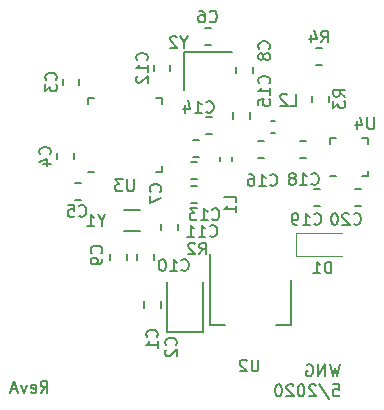
<source format=gbr>
G04 #@! TF.GenerationSoftware,KiCad,Pcbnew,5.1.5-52549c5~86~ubuntu16.04.1*
G04 #@! TF.CreationDate,2020-05-03T15:37:36+09:00*
G04 #@! TF.ProjectId,esp8266-cc2530,65737038-3236-4362-9d63-63323533302e,rev?*
G04 #@! TF.SameCoordinates,Original*
G04 #@! TF.FileFunction,Legend,Bot*
G04 #@! TF.FilePolarity,Positive*
%FSLAX46Y46*%
G04 Gerber Fmt 4.6, Leading zero omitted, Abs format (unit mm)*
G04 Created by KiCad (PCBNEW 5.1.5-52549c5~86~ubuntu16.04.1) date 2020-05-03 15:37:36*
%MOMM*%
%LPD*%
G04 APERTURE LIST*
%ADD10C,0.200000*%
%ADD11C,0.120000*%
G04 APERTURE END LIST*
D10*
X70978571Y-61702380D02*
X71311904Y-61226190D01*
X71550000Y-61702380D02*
X71550000Y-60702380D01*
X71169047Y-60702380D01*
X71073809Y-60750000D01*
X71026190Y-60797619D01*
X70978571Y-60892857D01*
X70978571Y-61035714D01*
X71026190Y-61130952D01*
X71073809Y-61178571D01*
X71169047Y-61226190D01*
X71550000Y-61226190D01*
X70169047Y-61654761D02*
X70264285Y-61702380D01*
X70454761Y-61702380D01*
X70550000Y-61654761D01*
X70597619Y-61559523D01*
X70597619Y-61178571D01*
X70550000Y-61083333D01*
X70454761Y-61035714D01*
X70264285Y-61035714D01*
X70169047Y-61083333D01*
X70121428Y-61178571D01*
X70121428Y-61273809D01*
X70597619Y-61369047D01*
X69788095Y-61035714D02*
X69550000Y-61702380D01*
X69311904Y-61035714D01*
X68978571Y-61416666D02*
X68502380Y-61416666D01*
X69073809Y-61702380D02*
X68740476Y-60702380D01*
X68407142Y-61702380D01*
X95740476Y-61002380D02*
X96216666Y-61002380D01*
X96264285Y-61478571D01*
X96216666Y-61430952D01*
X96121428Y-61383333D01*
X95883333Y-61383333D01*
X95788095Y-61430952D01*
X95740476Y-61478571D01*
X95692857Y-61573809D01*
X95692857Y-61811904D01*
X95740476Y-61907142D01*
X95788095Y-61954761D01*
X95883333Y-62002380D01*
X96121428Y-62002380D01*
X96216666Y-61954761D01*
X96264285Y-61907142D01*
X94550000Y-60954761D02*
X95407142Y-62240476D01*
X94264285Y-61097619D02*
X94216666Y-61050000D01*
X94121428Y-61002380D01*
X93883333Y-61002380D01*
X93788095Y-61050000D01*
X93740476Y-61097619D01*
X93692857Y-61192857D01*
X93692857Y-61288095D01*
X93740476Y-61430952D01*
X94311904Y-62002380D01*
X93692857Y-62002380D01*
X93073809Y-61002380D02*
X92978571Y-61002380D01*
X92883333Y-61050000D01*
X92835714Y-61097619D01*
X92788095Y-61192857D01*
X92740476Y-61383333D01*
X92740476Y-61621428D01*
X92788095Y-61811904D01*
X92835714Y-61907142D01*
X92883333Y-61954761D01*
X92978571Y-62002380D01*
X93073809Y-62002380D01*
X93169047Y-61954761D01*
X93216666Y-61907142D01*
X93264285Y-61811904D01*
X93311904Y-61621428D01*
X93311904Y-61383333D01*
X93264285Y-61192857D01*
X93216666Y-61097619D01*
X93169047Y-61050000D01*
X93073809Y-61002380D01*
X92359523Y-61097619D02*
X92311904Y-61050000D01*
X92216666Y-61002380D01*
X91978571Y-61002380D01*
X91883333Y-61050000D01*
X91835714Y-61097619D01*
X91788095Y-61192857D01*
X91788095Y-61288095D01*
X91835714Y-61430952D01*
X92407142Y-62002380D01*
X91788095Y-62002380D01*
X91169047Y-61002380D02*
X91073809Y-61002380D01*
X90978571Y-61050000D01*
X90930952Y-61097619D01*
X90883333Y-61192857D01*
X90835714Y-61383333D01*
X90835714Y-61621428D01*
X90883333Y-61811904D01*
X90930952Y-61907142D01*
X90978571Y-61954761D01*
X91073809Y-62002380D01*
X91169047Y-62002380D01*
X91264285Y-61954761D01*
X91311904Y-61907142D01*
X91359523Y-61811904D01*
X91407142Y-61621428D01*
X91407142Y-61383333D01*
X91359523Y-61192857D01*
X91311904Y-61097619D01*
X91264285Y-61050000D01*
X91169047Y-61002380D01*
X96302380Y-59302380D02*
X96064285Y-60302380D01*
X95873809Y-59588095D01*
X95683333Y-60302380D01*
X95445238Y-59302380D01*
X95064285Y-60302380D02*
X95064285Y-59302380D01*
X94492857Y-60302380D01*
X94492857Y-59302380D01*
X93492857Y-59350000D02*
X93588095Y-59302380D01*
X93730952Y-59302380D01*
X93873809Y-59350000D01*
X93969047Y-59445238D01*
X94016666Y-59540476D01*
X94064285Y-59730952D01*
X94064285Y-59873809D01*
X94016666Y-60064285D01*
X93969047Y-60159523D01*
X93873809Y-60254761D01*
X93730952Y-60302380D01*
X93635714Y-60302380D01*
X93492857Y-60254761D01*
X93445238Y-60207142D01*
X93445238Y-59873809D01*
X93635714Y-59873809D01*
D11*
X92600000Y-50150000D02*
X96500000Y-50150000D01*
X92600000Y-48150000D02*
X96500000Y-48150000D01*
X92600000Y-50150000D02*
X92600000Y-48150000D01*
D10*
X80735000Y-43010000D02*
X81210000Y-43010000D01*
X81210000Y-43010000D02*
X81210000Y-42535000D01*
X75465000Y-36790000D02*
X74990000Y-36790000D01*
X74990000Y-36790000D02*
X74990000Y-37265000D01*
X80735000Y-36790000D02*
X81210000Y-36790000D01*
X81210000Y-36790000D02*
X81210000Y-37265000D01*
X75465000Y-43010000D02*
X74990000Y-43010000D01*
X89378922Y-41810000D02*
X89896078Y-41810000D01*
X89378922Y-40390000D02*
X89896078Y-40390000D01*
X83150000Y-36050000D02*
X83150000Y-32850000D01*
X83150000Y-32850000D02*
X87150000Y-32850000D01*
X79375000Y-48025000D02*
X78025000Y-48025000D01*
X79375000Y-46275000D02*
X78025000Y-46275000D01*
X98210000Y-43385000D02*
X98685000Y-43385000D01*
X98685000Y-43385000D02*
X98685000Y-42910000D01*
X95940000Y-40165000D02*
X95465000Y-40165000D01*
X95465000Y-40165000D02*
X95465000Y-40640000D01*
X98210000Y-40165000D02*
X98685000Y-40165000D01*
X98685000Y-40165000D02*
X98685000Y-40640000D01*
X95940000Y-43385000D02*
X95465000Y-43385000D01*
X85340000Y-49950000D02*
X85340000Y-55960000D01*
X92160000Y-52200000D02*
X92160000Y-55960000D01*
X85340000Y-55960000D02*
X86600000Y-55960000D01*
X92160000Y-55960000D02*
X90900000Y-55960000D01*
X94808578Y-32540000D02*
X94291422Y-32540000D01*
X94808578Y-33960000D02*
X94291422Y-33960000D01*
X95360000Y-37071078D02*
X95360000Y-36553922D01*
X93940000Y-37071078D02*
X93940000Y-36553922D01*
X84221078Y-45610000D02*
X83703922Y-45610000D01*
X84221078Y-44190000D02*
X83703922Y-44190000D01*
X90775279Y-38690000D02*
X90449721Y-38690000D01*
X90775279Y-39710000D02*
X90449721Y-39710000D01*
X86190000Y-41724721D02*
X86190000Y-42050279D01*
X87210000Y-41724721D02*
X87210000Y-42050279D01*
X97553922Y-45910000D02*
X98071078Y-45910000D01*
X97553922Y-44490000D02*
X98071078Y-44490000D01*
X94646078Y-44490000D02*
X94128922Y-44490000D01*
X94646078Y-45910000D02*
X94128922Y-45910000D01*
X92928922Y-41810000D02*
X93446078Y-41810000D01*
X92928922Y-40390000D02*
X93446078Y-40390000D01*
X88710000Y-38496078D02*
X88710000Y-37978922D01*
X87290000Y-38496078D02*
X87290000Y-37978922D01*
X85003922Y-39810000D02*
X85521078Y-39810000D01*
X85003922Y-38390000D02*
X85521078Y-38390000D01*
X83903922Y-41710000D02*
X84421078Y-41710000D01*
X83903922Y-40290000D02*
X84421078Y-40290000D01*
X80540000Y-33953922D02*
X80540000Y-34471078D01*
X81960000Y-33953922D02*
X81960000Y-34471078D01*
X83703922Y-43610000D02*
X84221078Y-43610000D01*
X83703922Y-42190000D02*
X84221078Y-42190000D01*
X80560000Y-50446078D02*
X80560000Y-49928922D01*
X79140000Y-50446078D02*
X79140000Y-49928922D01*
X78260000Y-50446078D02*
X78260000Y-49928922D01*
X76840000Y-50446078D02*
X76840000Y-49928922D01*
X87540000Y-34153922D02*
X87540000Y-34671078D01*
X88960000Y-34153922D02*
X88960000Y-34671078D01*
X81190000Y-47428922D02*
X81190000Y-47946078D01*
X82610000Y-47428922D02*
X82610000Y-47946078D01*
X85371078Y-30840000D02*
X84853922Y-30840000D01*
X85371078Y-32260000D02*
X84853922Y-32260000D01*
X74371078Y-43990000D02*
X73853922Y-43990000D01*
X74371078Y-45410000D02*
X73853922Y-45410000D01*
X72340000Y-41428922D02*
X72340000Y-41946078D01*
X73760000Y-41428922D02*
X73760000Y-41946078D01*
X72840000Y-35128922D02*
X72840000Y-35646078D01*
X74260000Y-35128922D02*
X74260000Y-35646078D01*
X81690000Y-56572500D02*
X81690000Y-52362500D01*
X84710000Y-56572500D02*
X81690000Y-56572500D01*
X84710000Y-52362500D02*
X84710000Y-56572500D01*
X81160000Y-53978922D02*
X81160000Y-54496078D01*
X79740000Y-53978922D02*
X79740000Y-54496078D01*
X95588095Y-51602380D02*
X95588095Y-50602380D01*
X95350000Y-50602380D01*
X95207142Y-50650000D01*
X95111904Y-50745238D01*
X95064285Y-50840476D01*
X95016666Y-51030952D01*
X95016666Y-51173809D01*
X95064285Y-51364285D01*
X95111904Y-51459523D01*
X95207142Y-51554761D01*
X95350000Y-51602380D01*
X95588095Y-51602380D01*
X94064285Y-51602380D02*
X94635714Y-51602380D01*
X94350000Y-51602380D02*
X94350000Y-50602380D01*
X94445238Y-50745238D01*
X94540476Y-50840476D01*
X94635714Y-50888095D01*
X78861904Y-43652380D02*
X78861904Y-44461904D01*
X78814285Y-44557142D01*
X78766666Y-44604761D01*
X78671428Y-44652380D01*
X78480952Y-44652380D01*
X78385714Y-44604761D01*
X78338095Y-44557142D01*
X78290476Y-44461904D01*
X78290476Y-43652380D01*
X77909523Y-43652380D02*
X77290476Y-43652380D01*
X77623809Y-44033333D01*
X77480952Y-44033333D01*
X77385714Y-44080952D01*
X77338095Y-44128571D01*
X77290476Y-44223809D01*
X77290476Y-44461904D01*
X77338095Y-44557142D01*
X77385714Y-44604761D01*
X77480952Y-44652380D01*
X77766666Y-44652380D01*
X77861904Y-44604761D01*
X77909523Y-44557142D01*
X90392857Y-44107142D02*
X90440476Y-44154761D01*
X90583333Y-44202380D01*
X90678571Y-44202380D01*
X90821428Y-44154761D01*
X90916666Y-44059523D01*
X90964285Y-43964285D01*
X91011904Y-43773809D01*
X91011904Y-43630952D01*
X90964285Y-43440476D01*
X90916666Y-43345238D01*
X90821428Y-43250000D01*
X90678571Y-43202380D01*
X90583333Y-43202380D01*
X90440476Y-43250000D01*
X90392857Y-43297619D01*
X89440476Y-44202380D02*
X90011904Y-44202380D01*
X89726190Y-44202380D02*
X89726190Y-43202380D01*
X89821428Y-43345238D01*
X89916666Y-43440476D01*
X90011904Y-43488095D01*
X88583333Y-43202380D02*
X88773809Y-43202380D01*
X88869047Y-43250000D01*
X88916666Y-43297619D01*
X89011904Y-43440476D01*
X89059523Y-43630952D01*
X89059523Y-44011904D01*
X89011904Y-44107142D01*
X88964285Y-44154761D01*
X88869047Y-44202380D01*
X88678571Y-44202380D01*
X88583333Y-44154761D01*
X88535714Y-44107142D01*
X88488095Y-44011904D01*
X88488095Y-43773809D01*
X88535714Y-43678571D01*
X88583333Y-43630952D01*
X88678571Y-43583333D01*
X88869047Y-43583333D01*
X88964285Y-43630952D01*
X89011904Y-43678571D01*
X89059523Y-43773809D01*
X83126190Y-32026190D02*
X83126190Y-32502380D01*
X83459523Y-31502380D02*
X83126190Y-32026190D01*
X82792857Y-31502380D01*
X82507142Y-31597619D02*
X82459523Y-31550000D01*
X82364285Y-31502380D01*
X82126190Y-31502380D01*
X82030952Y-31550000D01*
X81983333Y-31597619D01*
X81935714Y-31692857D01*
X81935714Y-31788095D01*
X81983333Y-31930952D01*
X82554761Y-32502380D01*
X81935714Y-32502380D01*
X76126190Y-47126190D02*
X76126190Y-47602380D01*
X76459523Y-46602380D02*
X76126190Y-47126190D01*
X75792857Y-46602380D01*
X74935714Y-47602380D02*
X75507142Y-47602380D01*
X75221428Y-47602380D02*
X75221428Y-46602380D01*
X75316666Y-46745238D01*
X75411904Y-46840476D01*
X75507142Y-46888095D01*
X99211904Y-38402380D02*
X99211904Y-39211904D01*
X99164285Y-39307142D01*
X99116666Y-39354761D01*
X99021428Y-39402380D01*
X98830952Y-39402380D01*
X98735714Y-39354761D01*
X98688095Y-39307142D01*
X98640476Y-39211904D01*
X98640476Y-38402380D01*
X97735714Y-38735714D02*
X97735714Y-39402380D01*
X97973809Y-38354761D02*
X98211904Y-39069047D01*
X97592857Y-39069047D01*
X89411904Y-58902380D02*
X89411904Y-59711904D01*
X89364285Y-59807142D01*
X89316666Y-59854761D01*
X89221428Y-59902380D01*
X89030952Y-59902380D01*
X88935714Y-59854761D01*
X88888095Y-59807142D01*
X88840476Y-59711904D01*
X88840476Y-58902380D01*
X88411904Y-58997619D02*
X88364285Y-58950000D01*
X88269047Y-58902380D01*
X88030952Y-58902380D01*
X87935714Y-58950000D01*
X87888095Y-58997619D01*
X87840476Y-59092857D01*
X87840476Y-59188095D01*
X87888095Y-59330952D01*
X88459523Y-59902380D01*
X87840476Y-59902380D01*
X94716666Y-32052380D02*
X95050000Y-31576190D01*
X95288095Y-32052380D02*
X95288095Y-31052380D01*
X94907142Y-31052380D01*
X94811904Y-31100000D01*
X94764285Y-31147619D01*
X94716666Y-31242857D01*
X94716666Y-31385714D01*
X94764285Y-31480952D01*
X94811904Y-31528571D01*
X94907142Y-31576190D01*
X95288095Y-31576190D01*
X93859523Y-31385714D02*
X93859523Y-32052380D01*
X94097619Y-31004761D02*
X94335714Y-31719047D01*
X93716666Y-31719047D01*
X96752380Y-36645833D02*
X96276190Y-36312500D01*
X96752380Y-36074404D02*
X95752380Y-36074404D01*
X95752380Y-36455357D01*
X95800000Y-36550595D01*
X95847619Y-36598214D01*
X95942857Y-36645833D01*
X96085714Y-36645833D01*
X96180952Y-36598214D01*
X96228571Y-36550595D01*
X96276190Y-36455357D01*
X96276190Y-36074404D01*
X95752380Y-36979166D02*
X95752380Y-37598214D01*
X96133333Y-37264880D01*
X96133333Y-37407738D01*
X96180952Y-37502976D01*
X96228571Y-37550595D01*
X96323809Y-37598214D01*
X96561904Y-37598214D01*
X96657142Y-37550595D01*
X96704761Y-37502976D01*
X96752380Y-37407738D01*
X96752380Y-37122023D01*
X96704761Y-37026785D01*
X96657142Y-36979166D01*
X84416666Y-50002380D02*
X84750000Y-49526190D01*
X84988095Y-50002380D02*
X84988095Y-49002380D01*
X84607142Y-49002380D01*
X84511904Y-49050000D01*
X84464285Y-49097619D01*
X84416666Y-49192857D01*
X84416666Y-49335714D01*
X84464285Y-49430952D01*
X84511904Y-49478571D01*
X84607142Y-49526190D01*
X84988095Y-49526190D01*
X84035714Y-49097619D02*
X83988095Y-49050000D01*
X83892857Y-49002380D01*
X83654761Y-49002380D01*
X83559523Y-49050000D01*
X83511904Y-49097619D01*
X83464285Y-49192857D01*
X83464285Y-49288095D01*
X83511904Y-49430952D01*
X84083333Y-50002380D01*
X83464285Y-50002380D01*
X92116666Y-37402380D02*
X92592857Y-37402380D01*
X92592857Y-36402380D01*
X91830952Y-36497619D02*
X91783333Y-36450000D01*
X91688095Y-36402380D01*
X91450000Y-36402380D01*
X91354761Y-36450000D01*
X91307142Y-36497619D01*
X91259523Y-36592857D01*
X91259523Y-36688095D01*
X91307142Y-36830952D01*
X91878571Y-37402380D01*
X91259523Y-37402380D01*
X87502380Y-45583333D02*
X87502380Y-45107142D01*
X86502380Y-45107142D01*
X87502380Y-46440476D02*
X87502380Y-45869047D01*
X87502380Y-46154761D02*
X86502380Y-46154761D01*
X86645238Y-46059523D01*
X86740476Y-45964285D01*
X86788095Y-45869047D01*
X97467857Y-47407142D02*
X97515476Y-47454761D01*
X97658333Y-47502380D01*
X97753571Y-47502380D01*
X97896428Y-47454761D01*
X97991666Y-47359523D01*
X98039285Y-47264285D01*
X98086904Y-47073809D01*
X98086904Y-46930952D01*
X98039285Y-46740476D01*
X97991666Y-46645238D01*
X97896428Y-46550000D01*
X97753571Y-46502380D01*
X97658333Y-46502380D01*
X97515476Y-46550000D01*
X97467857Y-46597619D01*
X97086904Y-46597619D02*
X97039285Y-46550000D01*
X96944047Y-46502380D01*
X96705952Y-46502380D01*
X96610714Y-46550000D01*
X96563095Y-46597619D01*
X96515476Y-46692857D01*
X96515476Y-46788095D01*
X96563095Y-46930952D01*
X97134523Y-47502380D01*
X96515476Y-47502380D01*
X95896428Y-46502380D02*
X95801190Y-46502380D01*
X95705952Y-46550000D01*
X95658333Y-46597619D01*
X95610714Y-46692857D01*
X95563095Y-46883333D01*
X95563095Y-47121428D01*
X95610714Y-47311904D01*
X95658333Y-47407142D01*
X95705952Y-47454761D01*
X95801190Y-47502380D01*
X95896428Y-47502380D01*
X95991666Y-47454761D01*
X96039285Y-47407142D01*
X96086904Y-47311904D01*
X96134523Y-47121428D01*
X96134523Y-46883333D01*
X96086904Y-46692857D01*
X96039285Y-46597619D01*
X95991666Y-46550000D01*
X95896428Y-46502380D01*
X94117857Y-47407142D02*
X94165476Y-47454761D01*
X94308333Y-47502380D01*
X94403571Y-47502380D01*
X94546428Y-47454761D01*
X94641666Y-47359523D01*
X94689285Y-47264285D01*
X94736904Y-47073809D01*
X94736904Y-46930952D01*
X94689285Y-46740476D01*
X94641666Y-46645238D01*
X94546428Y-46550000D01*
X94403571Y-46502380D01*
X94308333Y-46502380D01*
X94165476Y-46550000D01*
X94117857Y-46597619D01*
X93165476Y-47502380D02*
X93736904Y-47502380D01*
X93451190Y-47502380D02*
X93451190Y-46502380D01*
X93546428Y-46645238D01*
X93641666Y-46740476D01*
X93736904Y-46788095D01*
X92689285Y-47502380D02*
X92498809Y-47502380D01*
X92403571Y-47454761D01*
X92355952Y-47407142D01*
X92260714Y-47264285D01*
X92213095Y-47073809D01*
X92213095Y-46692857D01*
X92260714Y-46597619D01*
X92308333Y-46550000D01*
X92403571Y-46502380D01*
X92594047Y-46502380D01*
X92689285Y-46550000D01*
X92736904Y-46597619D01*
X92784523Y-46692857D01*
X92784523Y-46930952D01*
X92736904Y-47026190D01*
X92689285Y-47073809D01*
X92594047Y-47121428D01*
X92403571Y-47121428D01*
X92308333Y-47073809D01*
X92260714Y-47026190D01*
X92213095Y-46930952D01*
X93892857Y-44007142D02*
X93940476Y-44054761D01*
X94083333Y-44102380D01*
X94178571Y-44102380D01*
X94321428Y-44054761D01*
X94416666Y-43959523D01*
X94464285Y-43864285D01*
X94511904Y-43673809D01*
X94511904Y-43530952D01*
X94464285Y-43340476D01*
X94416666Y-43245238D01*
X94321428Y-43150000D01*
X94178571Y-43102380D01*
X94083333Y-43102380D01*
X93940476Y-43150000D01*
X93892857Y-43197619D01*
X92940476Y-44102380D02*
X93511904Y-44102380D01*
X93226190Y-44102380D02*
X93226190Y-43102380D01*
X93321428Y-43245238D01*
X93416666Y-43340476D01*
X93511904Y-43388095D01*
X92369047Y-43530952D02*
X92464285Y-43483333D01*
X92511904Y-43435714D01*
X92559523Y-43340476D01*
X92559523Y-43292857D01*
X92511904Y-43197619D01*
X92464285Y-43150000D01*
X92369047Y-43102380D01*
X92178571Y-43102380D01*
X92083333Y-43150000D01*
X92035714Y-43197619D01*
X91988095Y-43292857D01*
X91988095Y-43340476D01*
X92035714Y-43435714D01*
X92083333Y-43483333D01*
X92178571Y-43530952D01*
X92369047Y-43530952D01*
X92464285Y-43578571D01*
X92511904Y-43626190D01*
X92559523Y-43721428D01*
X92559523Y-43911904D01*
X92511904Y-44007142D01*
X92464285Y-44054761D01*
X92369047Y-44102380D01*
X92178571Y-44102380D01*
X92083333Y-44054761D01*
X92035714Y-44007142D01*
X91988095Y-43911904D01*
X91988095Y-43721428D01*
X92035714Y-43626190D01*
X92083333Y-43578571D01*
X92178571Y-43530952D01*
X90307142Y-35507142D02*
X90354761Y-35459523D01*
X90402380Y-35316666D01*
X90402380Y-35221428D01*
X90354761Y-35078571D01*
X90259523Y-34983333D01*
X90164285Y-34935714D01*
X89973809Y-34888095D01*
X89830952Y-34888095D01*
X89640476Y-34935714D01*
X89545238Y-34983333D01*
X89450000Y-35078571D01*
X89402380Y-35221428D01*
X89402380Y-35316666D01*
X89450000Y-35459523D01*
X89497619Y-35507142D01*
X90402380Y-36459523D02*
X90402380Y-35888095D01*
X90402380Y-36173809D02*
X89402380Y-36173809D01*
X89545238Y-36078571D01*
X89640476Y-35983333D01*
X89688095Y-35888095D01*
X89402380Y-37364285D02*
X89402380Y-36888095D01*
X89878571Y-36840476D01*
X89830952Y-36888095D01*
X89783333Y-36983333D01*
X89783333Y-37221428D01*
X89830952Y-37316666D01*
X89878571Y-37364285D01*
X89973809Y-37411904D01*
X90211904Y-37411904D01*
X90307142Y-37364285D01*
X90354761Y-37316666D01*
X90402380Y-37221428D01*
X90402380Y-36983333D01*
X90354761Y-36888095D01*
X90307142Y-36840476D01*
X84992857Y-37907142D02*
X85040476Y-37954761D01*
X85183333Y-38002380D01*
X85278571Y-38002380D01*
X85421428Y-37954761D01*
X85516666Y-37859523D01*
X85564285Y-37764285D01*
X85611904Y-37573809D01*
X85611904Y-37430952D01*
X85564285Y-37240476D01*
X85516666Y-37145238D01*
X85421428Y-37050000D01*
X85278571Y-37002380D01*
X85183333Y-37002380D01*
X85040476Y-37050000D01*
X84992857Y-37097619D01*
X84040476Y-38002380D02*
X84611904Y-38002380D01*
X84326190Y-38002380D02*
X84326190Y-37002380D01*
X84421428Y-37145238D01*
X84516666Y-37240476D01*
X84611904Y-37288095D01*
X83183333Y-37335714D02*
X83183333Y-38002380D01*
X83421428Y-36954761D02*
X83659523Y-37669047D01*
X83040476Y-37669047D01*
X85492857Y-47007142D02*
X85540476Y-47054761D01*
X85683333Y-47102380D01*
X85778571Y-47102380D01*
X85921428Y-47054761D01*
X86016666Y-46959523D01*
X86064285Y-46864285D01*
X86111904Y-46673809D01*
X86111904Y-46530952D01*
X86064285Y-46340476D01*
X86016666Y-46245238D01*
X85921428Y-46150000D01*
X85778571Y-46102380D01*
X85683333Y-46102380D01*
X85540476Y-46150000D01*
X85492857Y-46197619D01*
X84540476Y-47102380D02*
X85111904Y-47102380D01*
X84826190Y-47102380D02*
X84826190Y-46102380D01*
X84921428Y-46245238D01*
X85016666Y-46340476D01*
X85111904Y-46388095D01*
X84207142Y-46102380D02*
X83588095Y-46102380D01*
X83921428Y-46483333D01*
X83778571Y-46483333D01*
X83683333Y-46530952D01*
X83635714Y-46578571D01*
X83588095Y-46673809D01*
X83588095Y-46911904D01*
X83635714Y-47007142D01*
X83683333Y-47054761D01*
X83778571Y-47102380D01*
X84064285Y-47102380D01*
X84159523Y-47054761D01*
X84207142Y-47007142D01*
X79957142Y-33569642D02*
X80004761Y-33522023D01*
X80052380Y-33379166D01*
X80052380Y-33283928D01*
X80004761Y-33141071D01*
X79909523Y-33045833D01*
X79814285Y-32998214D01*
X79623809Y-32950595D01*
X79480952Y-32950595D01*
X79290476Y-32998214D01*
X79195238Y-33045833D01*
X79100000Y-33141071D01*
X79052380Y-33283928D01*
X79052380Y-33379166D01*
X79100000Y-33522023D01*
X79147619Y-33569642D01*
X80052380Y-34522023D02*
X80052380Y-33950595D01*
X80052380Y-34236309D02*
X79052380Y-34236309D01*
X79195238Y-34141071D01*
X79290476Y-34045833D01*
X79338095Y-33950595D01*
X79147619Y-34902976D02*
X79100000Y-34950595D01*
X79052380Y-35045833D01*
X79052380Y-35283928D01*
X79100000Y-35379166D01*
X79147619Y-35426785D01*
X79242857Y-35474404D01*
X79338095Y-35474404D01*
X79480952Y-35426785D01*
X80052380Y-34855357D01*
X80052380Y-35474404D01*
X85292857Y-48407142D02*
X85340476Y-48454761D01*
X85483333Y-48502380D01*
X85578571Y-48502380D01*
X85721428Y-48454761D01*
X85816666Y-48359523D01*
X85864285Y-48264285D01*
X85911904Y-48073809D01*
X85911904Y-47930952D01*
X85864285Y-47740476D01*
X85816666Y-47645238D01*
X85721428Y-47550000D01*
X85578571Y-47502380D01*
X85483333Y-47502380D01*
X85340476Y-47550000D01*
X85292857Y-47597619D01*
X84340476Y-48502380D02*
X84911904Y-48502380D01*
X84626190Y-48502380D02*
X84626190Y-47502380D01*
X84721428Y-47645238D01*
X84816666Y-47740476D01*
X84911904Y-47788095D01*
X83388095Y-48502380D02*
X83959523Y-48502380D01*
X83673809Y-48502380D02*
X83673809Y-47502380D01*
X83769047Y-47645238D01*
X83864285Y-47740476D01*
X83959523Y-47788095D01*
X82892857Y-51307142D02*
X82940476Y-51354761D01*
X83083333Y-51402380D01*
X83178571Y-51402380D01*
X83321428Y-51354761D01*
X83416666Y-51259523D01*
X83464285Y-51164285D01*
X83511904Y-50973809D01*
X83511904Y-50830952D01*
X83464285Y-50640476D01*
X83416666Y-50545238D01*
X83321428Y-50450000D01*
X83178571Y-50402380D01*
X83083333Y-50402380D01*
X82940476Y-50450000D01*
X82892857Y-50497619D01*
X81940476Y-51402380D02*
X82511904Y-51402380D01*
X82226190Y-51402380D02*
X82226190Y-50402380D01*
X82321428Y-50545238D01*
X82416666Y-50640476D01*
X82511904Y-50688095D01*
X81321428Y-50402380D02*
X81226190Y-50402380D01*
X81130952Y-50450000D01*
X81083333Y-50497619D01*
X81035714Y-50592857D01*
X80988095Y-50783333D01*
X80988095Y-51021428D01*
X81035714Y-51211904D01*
X81083333Y-51307142D01*
X81130952Y-51354761D01*
X81226190Y-51402380D01*
X81321428Y-51402380D01*
X81416666Y-51354761D01*
X81464285Y-51307142D01*
X81511904Y-51211904D01*
X81559523Y-51021428D01*
X81559523Y-50783333D01*
X81511904Y-50592857D01*
X81464285Y-50497619D01*
X81416666Y-50450000D01*
X81321428Y-50402380D01*
X76107142Y-49883333D02*
X76154761Y-49835714D01*
X76202380Y-49692857D01*
X76202380Y-49597619D01*
X76154761Y-49454761D01*
X76059523Y-49359523D01*
X75964285Y-49311904D01*
X75773809Y-49264285D01*
X75630952Y-49264285D01*
X75440476Y-49311904D01*
X75345238Y-49359523D01*
X75250000Y-49454761D01*
X75202380Y-49597619D01*
X75202380Y-49692857D01*
X75250000Y-49835714D01*
X75297619Y-49883333D01*
X76202380Y-50359523D02*
X76202380Y-50550000D01*
X76154761Y-50645238D01*
X76107142Y-50692857D01*
X75964285Y-50788095D01*
X75773809Y-50835714D01*
X75392857Y-50835714D01*
X75297619Y-50788095D01*
X75250000Y-50740476D01*
X75202380Y-50645238D01*
X75202380Y-50454761D01*
X75250000Y-50359523D01*
X75297619Y-50311904D01*
X75392857Y-50264285D01*
X75630952Y-50264285D01*
X75726190Y-50311904D01*
X75773809Y-50359523D01*
X75821428Y-50454761D01*
X75821428Y-50645238D01*
X75773809Y-50740476D01*
X75726190Y-50788095D01*
X75630952Y-50835714D01*
X90307142Y-32583333D02*
X90354761Y-32535714D01*
X90402380Y-32392857D01*
X90402380Y-32297619D01*
X90354761Y-32154761D01*
X90259523Y-32059523D01*
X90164285Y-32011904D01*
X89973809Y-31964285D01*
X89830952Y-31964285D01*
X89640476Y-32011904D01*
X89545238Y-32059523D01*
X89450000Y-32154761D01*
X89402380Y-32297619D01*
X89402380Y-32392857D01*
X89450000Y-32535714D01*
X89497619Y-32583333D01*
X89830952Y-33154761D02*
X89783333Y-33059523D01*
X89735714Y-33011904D01*
X89640476Y-32964285D01*
X89592857Y-32964285D01*
X89497619Y-33011904D01*
X89450000Y-33059523D01*
X89402380Y-33154761D01*
X89402380Y-33345238D01*
X89450000Y-33440476D01*
X89497619Y-33488095D01*
X89592857Y-33535714D01*
X89640476Y-33535714D01*
X89735714Y-33488095D01*
X89783333Y-33440476D01*
X89830952Y-33345238D01*
X89830952Y-33154761D01*
X89878571Y-33059523D01*
X89926190Y-33011904D01*
X90021428Y-32964285D01*
X90211904Y-32964285D01*
X90307142Y-33011904D01*
X90354761Y-33059523D01*
X90402380Y-33154761D01*
X90402380Y-33345238D01*
X90354761Y-33440476D01*
X90307142Y-33488095D01*
X90211904Y-33535714D01*
X90021428Y-33535714D01*
X89926190Y-33488095D01*
X89878571Y-33440476D01*
X89830952Y-33345238D01*
X81107142Y-44683333D02*
X81154761Y-44635714D01*
X81202380Y-44492857D01*
X81202380Y-44397619D01*
X81154761Y-44254761D01*
X81059523Y-44159523D01*
X80964285Y-44111904D01*
X80773809Y-44064285D01*
X80630952Y-44064285D01*
X80440476Y-44111904D01*
X80345238Y-44159523D01*
X80250000Y-44254761D01*
X80202380Y-44397619D01*
X80202380Y-44492857D01*
X80250000Y-44635714D01*
X80297619Y-44683333D01*
X80202380Y-45016666D02*
X80202380Y-45683333D01*
X81202380Y-45254761D01*
X85279166Y-30257142D02*
X85326785Y-30304761D01*
X85469642Y-30352380D01*
X85564880Y-30352380D01*
X85707738Y-30304761D01*
X85802976Y-30209523D01*
X85850595Y-30114285D01*
X85898214Y-29923809D01*
X85898214Y-29780952D01*
X85850595Y-29590476D01*
X85802976Y-29495238D01*
X85707738Y-29400000D01*
X85564880Y-29352380D01*
X85469642Y-29352380D01*
X85326785Y-29400000D01*
X85279166Y-29447619D01*
X84422023Y-29352380D02*
X84612500Y-29352380D01*
X84707738Y-29400000D01*
X84755357Y-29447619D01*
X84850595Y-29590476D01*
X84898214Y-29780952D01*
X84898214Y-30161904D01*
X84850595Y-30257142D01*
X84802976Y-30304761D01*
X84707738Y-30352380D01*
X84517261Y-30352380D01*
X84422023Y-30304761D01*
X84374404Y-30257142D01*
X84326785Y-30161904D01*
X84326785Y-29923809D01*
X84374404Y-29828571D01*
X84422023Y-29780952D01*
X84517261Y-29733333D01*
X84707738Y-29733333D01*
X84802976Y-29780952D01*
X84850595Y-29828571D01*
X84898214Y-29923809D01*
X74216666Y-46707142D02*
X74264285Y-46754761D01*
X74407142Y-46802380D01*
X74502380Y-46802380D01*
X74645238Y-46754761D01*
X74740476Y-46659523D01*
X74788095Y-46564285D01*
X74835714Y-46373809D01*
X74835714Y-46230952D01*
X74788095Y-46040476D01*
X74740476Y-45945238D01*
X74645238Y-45850000D01*
X74502380Y-45802380D01*
X74407142Y-45802380D01*
X74264285Y-45850000D01*
X74216666Y-45897619D01*
X73311904Y-45802380D02*
X73788095Y-45802380D01*
X73835714Y-46278571D01*
X73788095Y-46230952D01*
X73692857Y-46183333D01*
X73454761Y-46183333D01*
X73359523Y-46230952D01*
X73311904Y-46278571D01*
X73264285Y-46373809D01*
X73264285Y-46611904D01*
X73311904Y-46707142D01*
X73359523Y-46754761D01*
X73454761Y-46802380D01*
X73692857Y-46802380D01*
X73788095Y-46754761D01*
X73835714Y-46707142D01*
X71757142Y-41520833D02*
X71804761Y-41473214D01*
X71852380Y-41330357D01*
X71852380Y-41235119D01*
X71804761Y-41092261D01*
X71709523Y-40997023D01*
X71614285Y-40949404D01*
X71423809Y-40901785D01*
X71280952Y-40901785D01*
X71090476Y-40949404D01*
X70995238Y-40997023D01*
X70900000Y-41092261D01*
X70852380Y-41235119D01*
X70852380Y-41330357D01*
X70900000Y-41473214D01*
X70947619Y-41520833D01*
X71185714Y-42377976D02*
X71852380Y-42377976D01*
X70804761Y-42139880D02*
X71519047Y-41901785D01*
X71519047Y-42520833D01*
X72257142Y-35220833D02*
X72304761Y-35173214D01*
X72352380Y-35030357D01*
X72352380Y-34935119D01*
X72304761Y-34792261D01*
X72209523Y-34697023D01*
X72114285Y-34649404D01*
X71923809Y-34601785D01*
X71780952Y-34601785D01*
X71590476Y-34649404D01*
X71495238Y-34697023D01*
X71400000Y-34792261D01*
X71352380Y-34935119D01*
X71352380Y-35030357D01*
X71400000Y-35173214D01*
X71447619Y-35220833D01*
X71352380Y-35554166D02*
X71352380Y-36173214D01*
X71733333Y-35839880D01*
X71733333Y-35982738D01*
X71780952Y-36077976D01*
X71828571Y-36125595D01*
X71923809Y-36173214D01*
X72161904Y-36173214D01*
X72257142Y-36125595D01*
X72304761Y-36077976D01*
X72352380Y-35982738D01*
X72352380Y-35697023D01*
X72304761Y-35601785D01*
X72257142Y-35554166D01*
X82407142Y-57683333D02*
X82454761Y-57635714D01*
X82502380Y-57492857D01*
X82502380Y-57397619D01*
X82454761Y-57254761D01*
X82359523Y-57159523D01*
X82264285Y-57111904D01*
X82073809Y-57064285D01*
X81930952Y-57064285D01*
X81740476Y-57111904D01*
X81645238Y-57159523D01*
X81550000Y-57254761D01*
X81502380Y-57397619D01*
X81502380Y-57492857D01*
X81550000Y-57635714D01*
X81597619Y-57683333D01*
X81597619Y-58064285D02*
X81550000Y-58111904D01*
X81502380Y-58207142D01*
X81502380Y-58445238D01*
X81550000Y-58540476D01*
X81597619Y-58588095D01*
X81692857Y-58635714D01*
X81788095Y-58635714D01*
X81930952Y-58588095D01*
X82502380Y-58016666D01*
X82502380Y-58635714D01*
X80807142Y-56983333D02*
X80854761Y-56935714D01*
X80902380Y-56792857D01*
X80902380Y-56697619D01*
X80854761Y-56554761D01*
X80759523Y-56459523D01*
X80664285Y-56411904D01*
X80473809Y-56364285D01*
X80330952Y-56364285D01*
X80140476Y-56411904D01*
X80045238Y-56459523D01*
X79950000Y-56554761D01*
X79902380Y-56697619D01*
X79902380Y-56792857D01*
X79950000Y-56935714D01*
X79997619Y-56983333D01*
X80902380Y-57935714D02*
X80902380Y-57364285D01*
X80902380Y-57650000D02*
X79902380Y-57650000D01*
X80045238Y-57554761D01*
X80140476Y-57459523D01*
X80188095Y-57364285D01*
M02*

</source>
